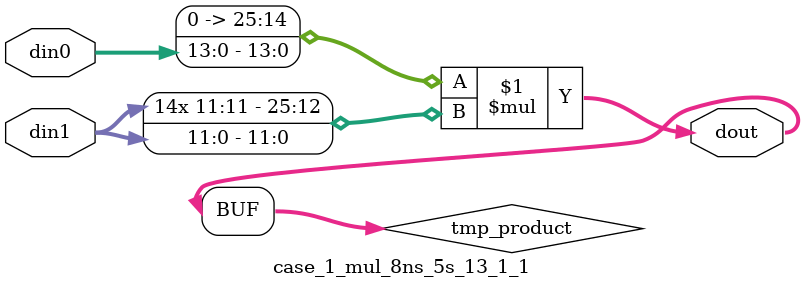
<source format=v>

`timescale 1 ns / 1 ps

 (* use_dsp = "no" *)  module case_1_mul_8ns_5s_13_1_1(din0, din1, dout);
parameter ID = 1;
parameter NUM_STAGE = 0;
parameter din0_WIDTH = 14;
parameter din1_WIDTH = 12;
parameter dout_WIDTH = 26;

input [din0_WIDTH - 1 : 0] din0; 
input [din1_WIDTH - 1 : 0] din1; 
output [dout_WIDTH - 1 : 0] dout;

wire signed [dout_WIDTH - 1 : 0] tmp_product;

























assign tmp_product = $signed({1'b0, din0}) * $signed(din1);










assign dout = tmp_product;





















endmodule

</source>
